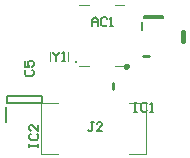
<source format=gto>
%FSTAX23Y23*%
%MOIN*%
%SFA1B1*%

%IPPOS*%
%ADD10C,0.009840*%
%ADD11C,0.003940*%
%ADD12C,0.007870*%
%ADD13C,0.015750*%
%ADD14C,0.010000*%
%ADD15C,0.006000*%
%LNkoosh_sd_card_base_v1_1-1*%
%LPD*%
G54D10*
X00424Y00372D02*
D01*
X00424Y00372*
X00423Y00372*
X00423Y00373*
X00423Y00373*
X00423Y00373*
X00423Y00374*
X00423Y00374*
X00423Y00374*
X00423Y00375*
X00422Y00375*
X00422Y00375*
X00422Y00375*
X00422Y00376*
X00421Y00376*
X00421Y00376*
X00421Y00376*
X0042Y00376*
X0042Y00376*
X0042Y00376*
X00419Y00377*
X00419Y00377*
X00419Y00377*
X00418*
X00418Y00377*
X00418Y00377*
X00417Y00376*
X00417Y00376*
X00417Y00376*
X00416Y00376*
X00416Y00376*
X00416Y00376*
X00416Y00376*
X00415Y00375*
X00415Y00375*
X00415Y00375*
X00415Y00375*
X00414Y00374*
X00414Y00374*
X00414Y00374*
X00414Y00373*
X00414Y00373*
X00414Y00373*
X00414Y00372*
X00414Y00372*
X00414Y00372*
X00414Y00371*
X00414Y00371*
X00414Y00371*
X00414Y0037*
X00414Y0037*
X00414Y0037*
X00414Y00369*
X00414Y00369*
X00415Y00369*
X00415Y00368*
X00415Y00368*
X00415Y00368*
X00416Y00368*
X00416Y00368*
X00416Y00367*
X00416Y00367*
X00417Y00367*
X00417Y00367*
X00417Y00367*
X00418Y00367*
X00418Y00367*
X00418Y00367*
X00419*
X00419Y00367*
X00419Y00367*
X0042Y00367*
X0042Y00367*
X0042Y00367*
X00421Y00367*
X00421Y00367*
X00421Y00368*
X00422Y00368*
X00422Y00368*
X00422Y00368*
X00422Y00368*
X00423Y00369*
X00423Y00369*
X00423Y00369*
X00423Y0037*
X00423Y0037*
X00423Y0037*
X00423Y00371*
X00423Y00371*
X00424Y00371*
X00424Y00372*
G54D11*
X0025Y00388D02*
D01*
X0025Y00388*
X0025Y00388*
X00249Y00388*
X00249Y00388*
X00249Y00388*
X00249Y00388*
X00249Y00388*
X00249Y00388*
X00249Y00388*
X00249Y00387*
X00248Y00387*
X00248Y00387*
X00248Y00387*
X00248Y00387*
X00248Y00387*
X00248Y00387*
X00248Y00387*
X00248Y00387*
X00248Y00386*
X00248Y00386*
X00248Y00386*
X00248Y00386*
Y00386*
X00248Y00386*
X00248Y00386*
X00248Y00385*
X00248Y00385*
X00248Y00385*
X00248Y00385*
X00248Y00385*
X00248Y00385*
X00248Y00385*
X00248Y00385*
X00248Y00385*
X00249Y00384*
X00249Y00384*
X00249Y00384*
X00249Y00384*
X00249Y00384*
X00249Y00384*
X00249Y00384*
X00249Y00384*
X0025Y00384*
X0025Y00384*
X0025Y00384*
D01*
X0025Y00384*
X0025Y00384*
X0025Y00384*
X0025Y00384*
X0025Y00384*
X00251Y00384*
X00251Y00384*
X00251Y00384*
X00251Y00384*
X00251Y00384*
X00251Y00385*
X00251Y00385*
X00251Y00385*
X00251Y00385*
X00251Y00385*
X00252Y00385*
X00252Y00385*
X00252Y00385*
X00252Y00385*
X00252Y00386*
X00252Y00386*
X00252Y00386*
Y00386*
X00252Y00386*
X00252Y00386*
X00252Y00386*
X00252Y00387*
X00252Y00387*
X00252Y00387*
X00251Y00387*
X00251Y00387*
X00251Y00387*
X00251Y00387*
X00251Y00387*
X00251Y00387*
X00251Y00388*
X00251Y00388*
X00251Y00388*
X00251Y00388*
X0025Y00388*
X0025Y00388*
X0025Y00388*
X0025Y00388*
X0025Y00388*
X0025Y00388*
X00224Y00389D02*
Y0042D01*
X00165Y00389D02*
Y0042D01*
X00136Y0008D02*
X00191D01*
X00136D02*
Y00249D01*
X00191*
X00428Y0008D02*
X00483D01*
Y00249*
X00428D02*
X00483D01*
X0038Y00372D02*
X00411D01*
X0038Y00577D02*
X00411D01*
X00262D02*
X00293D01*
X00262Y00372D02*
X00293D01*
G54D12*
X00478Y00531D02*
Y00538D01*
X00541*
Y00531D02*
Y00538D01*
X00478Y00531D02*
X00541D01*
X00471Y00518D02*
Y00492D01*
X00017Y00187D02*
Y00234D01*
X00022Y00248D02*
X00137D01*
Y00271*
X00022D02*
X00137D01*
X00022Y00248D02*
Y00271D01*
G54D13*
X00609Y00454D02*
Y00485D01*
G54D14*
X00375Y00295D02*
Y00315D01*
X00475Y00404D02*
X00495D01*
G54D15*
X00095Y00102D02*
Y00112D01*
Y00107*
X00125*
Y00102*
Y00112*
X001Y00147D02*
X00095Y00142D01*
Y00132*
X001Y00127*
X0012*
X00125Y00132*
Y00142*
X0012Y00147*
X00125Y00177D02*
Y00157D01*
X00105Y00177*
X001*
X00095Y00172*
Y00162*
X001Y00157*
X00175Y0042D02*
Y00415D01*
X00185Y00405*
X00195Y00415*
Y0042*
X00185Y00405D02*
Y0039D01*
X00205D02*
X00214D01*
X0021*
Y0042*
X00205Y00415*
X0031Y00184D02*
X003D01*
X00305*
Y0016*
X003Y00155*
X00295*
X0029Y0016*
X00339Y00155D02*
X0032D01*
X00339Y00175*
Y0018*
X00334Y00184*
X00325*
X0032Y0018*
X00443Y00249D02*
X00453D01*
X00448*
Y0022*
X00443*
X00453*
X00488Y00245D02*
X00483Y00249D01*
X00473*
X00468Y00245*
Y00225*
X00473Y0022*
X00483*
X00488Y00225*
X00498Y0022D02*
X00508D01*
X00503*
Y00249*
X00498Y00245*
X00085Y0036D02*
X0008Y00355D01*
Y00345*
X00085Y0034*
X00105*
X0011Y00345*
Y00355*
X00105Y0036*
X0008Y00389D02*
Y0037D01*
X00095*
X0009Y00379*
Y00384*
X00095Y00389*
X00105*
X0011Y00384*
Y00375*
X00105Y0037*
X00305Y00505D02*
Y00525D01*
X00315Y00535*
X00325Y00525*
Y00505*
Y0052*
X00305*
X00355Y0053D02*
X0035Y00535D01*
X0034*
X00335Y0053*
Y0051*
X0034Y00505*
X0035*
X00355Y0051*
X00364Y00505D02*
X00374D01*
X00369*
Y00535*
X00364Y0053*
M02*
</source>
